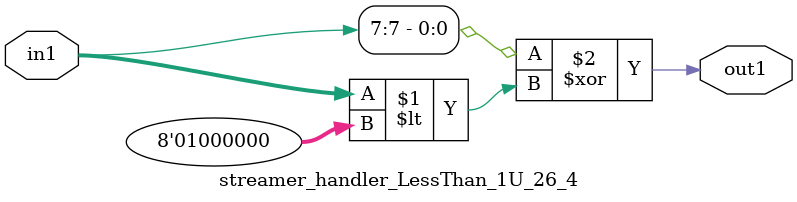
<source format=v>

`timescale 1ps / 1ps


module streamer_handler_LessThan_1U_26_4( in1, out1 );

    input [7:0] in1;
    output out1;

    
    // rtl_process:streamer_handler_LessThan_1U_26_4/streamer_handler_LessThan_1U_26_4_thread_1
    assign out1 = (in1[7] ^ in1 < 8'd064);

endmodule



</source>
